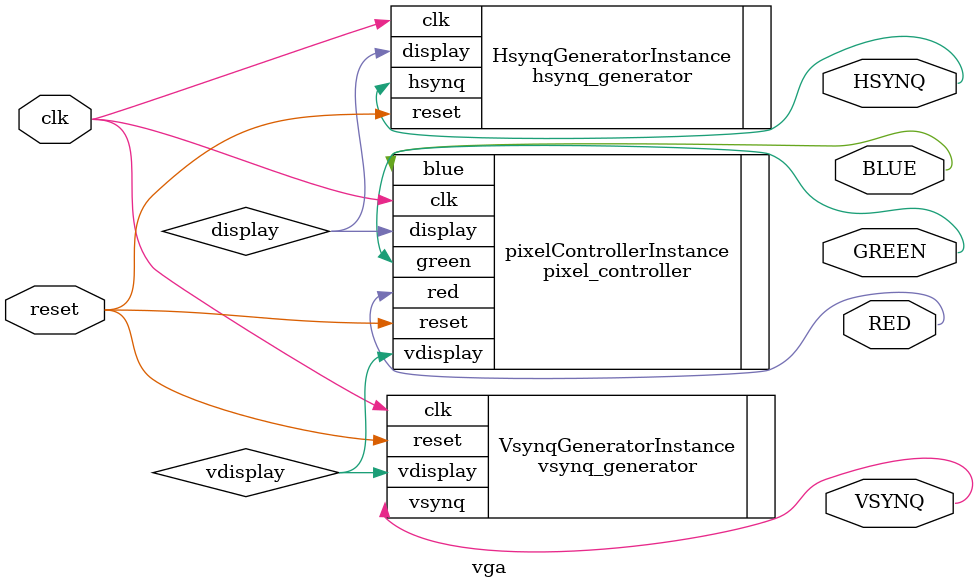
<source format=v>
`timescale 1ns / 1ps
module vga(clk,reset,RED,GREEN,BLUE,HSYNQ,VSYNQ);
input clk,reset;
output RED,GREEN,BLUE,HSYNQ,VSYNQ;


wire display,vdisplay;
wire RED,GREEN,BLUE,HSYNQ,VSYNQ;

hsynq_generator HsynqGeneratorInstance (
		.clk(clk), 
		.reset(reset), 
		.hsynq(HSYNQ),
		.display(display)
);

vsynq_generator VsynqGeneratorInstance (
		.clk(clk), 
		.reset(reset), 
		.vsynq(VSYNQ),
		.vdisplay(vdisplay)
);


pixel_controller pixelControllerInstance(
		.clk(clk),
		.reset(reset),
		.display(display),
		.vdisplay(vdisplay),
		.red(RED),
		.green(GREEN),
		.blue(BLUE)
);


endmodule

</source>
